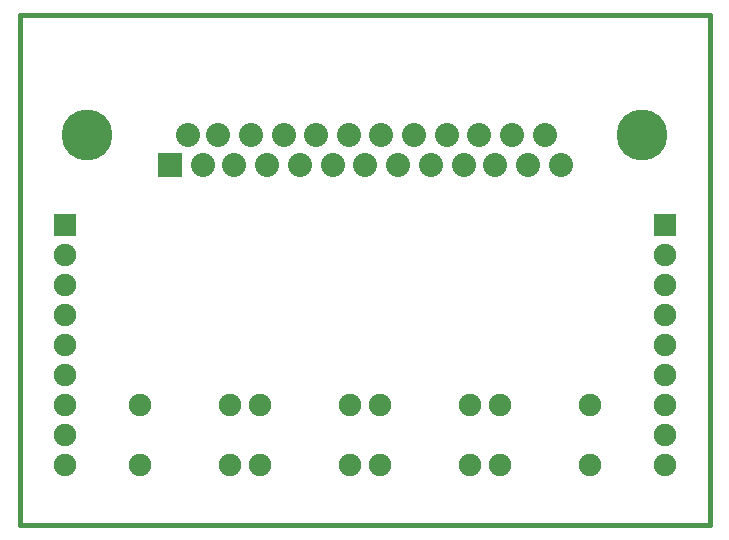
<source format=gbs>
G04 (created by PCBNEW-RS274X (2012-01-19 BZR 3256)-stable) date Sun 11 Nov 2012 10:50:56 AM CET*
G01*
G70*
G90*
%MOIN*%
G04 Gerber Fmt 3.4, Leading zero omitted, Abs format*
%FSLAX34Y34*%
G04 APERTURE LIST*
%ADD10C,0.006000*%
%ADD11C,0.015000*%
%ADD12C,0.075000*%
%ADD13C,0.170000*%
%ADD14R,0.080000X0.080000*%
%ADD15C,0.080000*%
%ADD16R,0.075000X0.075000*%
G04 APERTURE END LIST*
G54D10*
G54D11*
X69500Y-34000D02*
X69500Y-51000D01*
X46500Y-34000D02*
X69500Y-34000D01*
X46500Y-51000D02*
X46500Y-34000D01*
X46500Y-51000D02*
X69500Y-51000D01*
G54D12*
X50500Y-49000D03*
X50500Y-47000D03*
X53500Y-49000D03*
X53500Y-47000D03*
X54500Y-49000D03*
X54500Y-47000D03*
X57500Y-49000D03*
X57500Y-47000D03*
X58500Y-49000D03*
X58500Y-47000D03*
X61500Y-49000D03*
X61500Y-47000D03*
G54D13*
X67250Y-38000D03*
X48750Y-38000D03*
G54D14*
X51500Y-39000D03*
G54D15*
X52600Y-39000D03*
X53650Y-39000D03*
X54750Y-39000D03*
X55850Y-39000D03*
X56950Y-39000D03*
X58000Y-39000D03*
X59100Y-39000D03*
X60200Y-39000D03*
X61300Y-39000D03*
X62350Y-39000D03*
X63450Y-39000D03*
X64550Y-39000D03*
X52120Y-38000D03*
X53120Y-38000D03*
X54220Y-38000D03*
X55300Y-38000D03*
X56380Y-38000D03*
X57480Y-38000D03*
X58560Y-38000D03*
X59640Y-38000D03*
X60760Y-38000D03*
X61820Y-38000D03*
X62900Y-38000D03*
X64000Y-38000D03*
G54D16*
X48000Y-41000D03*
G54D12*
X48000Y-42000D03*
X48000Y-43000D03*
X48000Y-44000D03*
X48000Y-45000D03*
X48000Y-46000D03*
X48000Y-47000D03*
X48000Y-48000D03*
X48000Y-49000D03*
X65500Y-47000D03*
X65500Y-49000D03*
X62500Y-47000D03*
X62500Y-49000D03*
G54D16*
X68000Y-41000D03*
G54D12*
X68000Y-42000D03*
X68000Y-43000D03*
X68000Y-44000D03*
X68000Y-45000D03*
X68000Y-46000D03*
X68000Y-47000D03*
X68000Y-48000D03*
X68000Y-49000D03*
M02*

</source>
